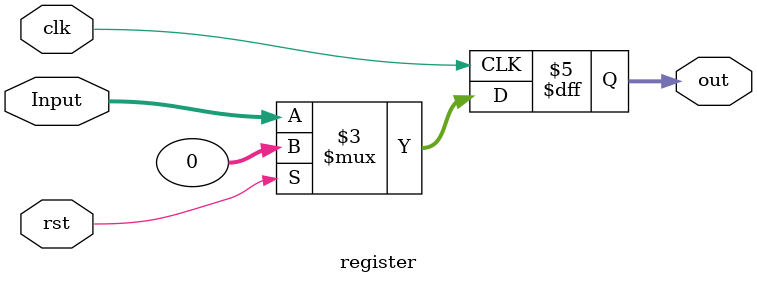
<source format=v>
module register(input [31:0] Input, input clk, rst, output reg[31:0] out);

	always@(posedge clk)begin
		if(rst)
			out <= 32'b0;
		else
			out <= Input;
	end
		
endmodule	
</source>
